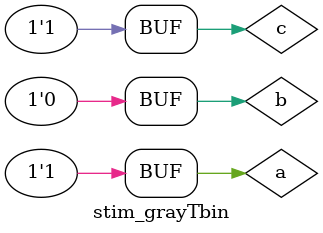
<source format=v>
module grayTobinary(d,e,f,a,b,c);
  
  input a,b,c; 
  output d,e,f;
   
  assign d = a; 
  assign e = a ^ b; 
  assign f = a ^ b ^ c;

endmodule

module stim_grayTbin();
  
  wire d,e,f;
  reg a,b,c;
  
  grayTobinary bg(d,e,f,a,b,c);
  
  initial begin
    
    #10
    a = 1'b0;  b = 1'b1;  c = 1'b0;
    #10
    c = 1'b1;
    #10
    a = 1'b1; b = 1'b0; c = 1'b0;
    #10
    a = 1'b1;  b = 1'b0;  c = 1'b1;
    
  end
  
endmodule
</source>
